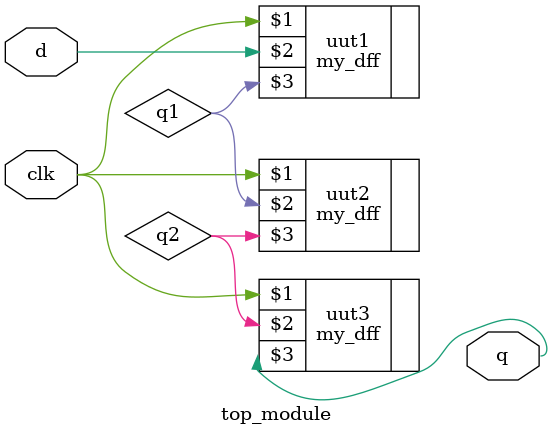
<source format=v>
module top_module ( input clk, input d, output q );
    wire q1,q2;
    my_dff uut1(clk, d, q1);
    my_dff uut2(clk, q1, q2);
    my_dff uut3(clk, q2, q);

endmodule

</source>
